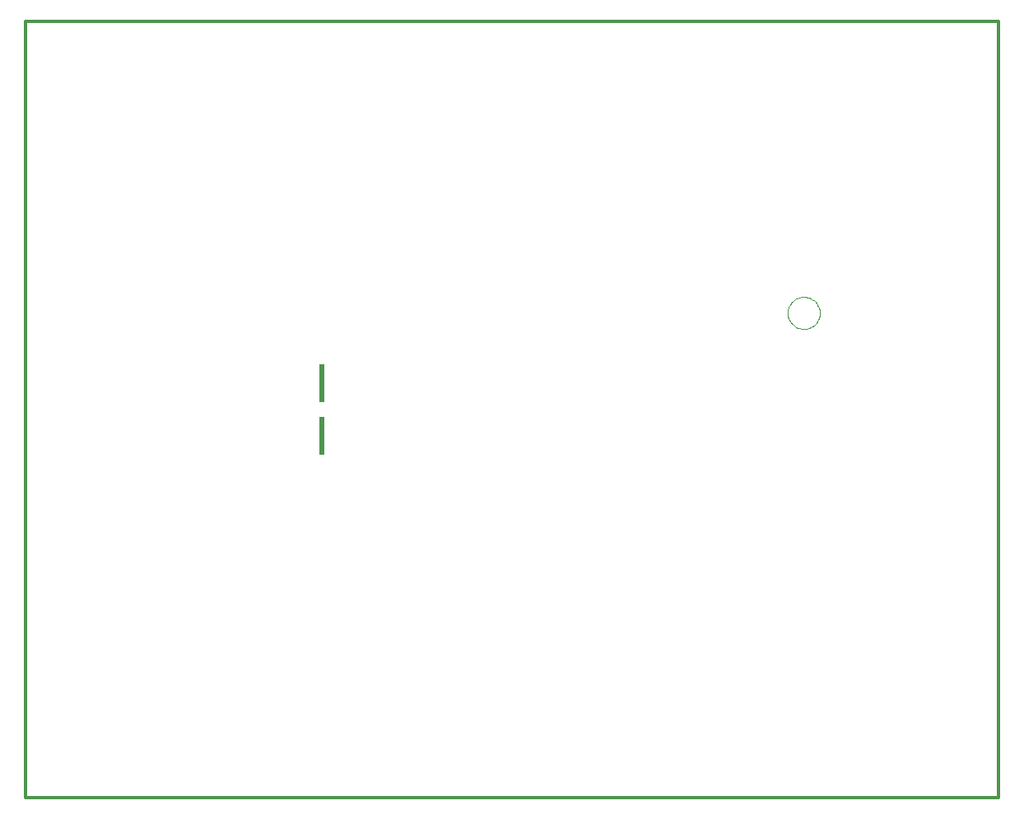
<source format=gbp>
G75*
%MOIN*%
%OFA0B0*%
%FSLAX24Y24*%
%IPPOS*%
%LPD*%
%AMOC8*
5,1,8,0,0,1.08239X$1,22.5*
%
%ADD10C,0.0120*%
%ADD11R,0.0236X0.1575*%
%ADD12C,0.0000*%
D10*
X013160Y000220D02*
X013160Y031716D01*
X052530Y031716D01*
X052530Y000220D01*
X013160Y000220D01*
D11*
X025160Y014905D03*
X025160Y017031D03*
D12*
X044010Y019883D02*
X044012Y019933D01*
X044018Y019983D01*
X044028Y020033D01*
X044041Y020081D01*
X044058Y020129D01*
X044079Y020175D01*
X044103Y020219D01*
X044131Y020261D01*
X044162Y020301D01*
X044196Y020338D01*
X044233Y020373D01*
X044272Y020404D01*
X044313Y020433D01*
X044357Y020458D01*
X044403Y020480D01*
X044450Y020498D01*
X044498Y020512D01*
X044547Y020523D01*
X044597Y020530D01*
X044647Y020533D01*
X044698Y020532D01*
X044748Y020527D01*
X044798Y020518D01*
X044846Y020506D01*
X044894Y020489D01*
X044940Y020469D01*
X044985Y020446D01*
X045028Y020419D01*
X045068Y020389D01*
X045106Y020356D01*
X045141Y020320D01*
X045174Y020281D01*
X045203Y020240D01*
X045229Y020197D01*
X045252Y020152D01*
X045271Y020105D01*
X045286Y020057D01*
X045298Y020008D01*
X045306Y019958D01*
X045310Y019908D01*
X045310Y019858D01*
X045306Y019808D01*
X045298Y019758D01*
X045286Y019709D01*
X045271Y019661D01*
X045252Y019614D01*
X045229Y019569D01*
X045203Y019526D01*
X045174Y019485D01*
X045141Y019446D01*
X045106Y019410D01*
X045068Y019377D01*
X045028Y019347D01*
X044985Y019320D01*
X044940Y019297D01*
X044894Y019277D01*
X044846Y019260D01*
X044798Y019248D01*
X044748Y019239D01*
X044698Y019234D01*
X044647Y019233D01*
X044597Y019236D01*
X044547Y019243D01*
X044498Y019254D01*
X044450Y019268D01*
X044403Y019286D01*
X044357Y019308D01*
X044313Y019333D01*
X044272Y019362D01*
X044233Y019393D01*
X044196Y019428D01*
X044162Y019465D01*
X044131Y019505D01*
X044103Y019547D01*
X044079Y019591D01*
X044058Y019637D01*
X044041Y019685D01*
X044028Y019733D01*
X044018Y019783D01*
X044012Y019833D01*
X044010Y019883D01*
M02*

</source>
